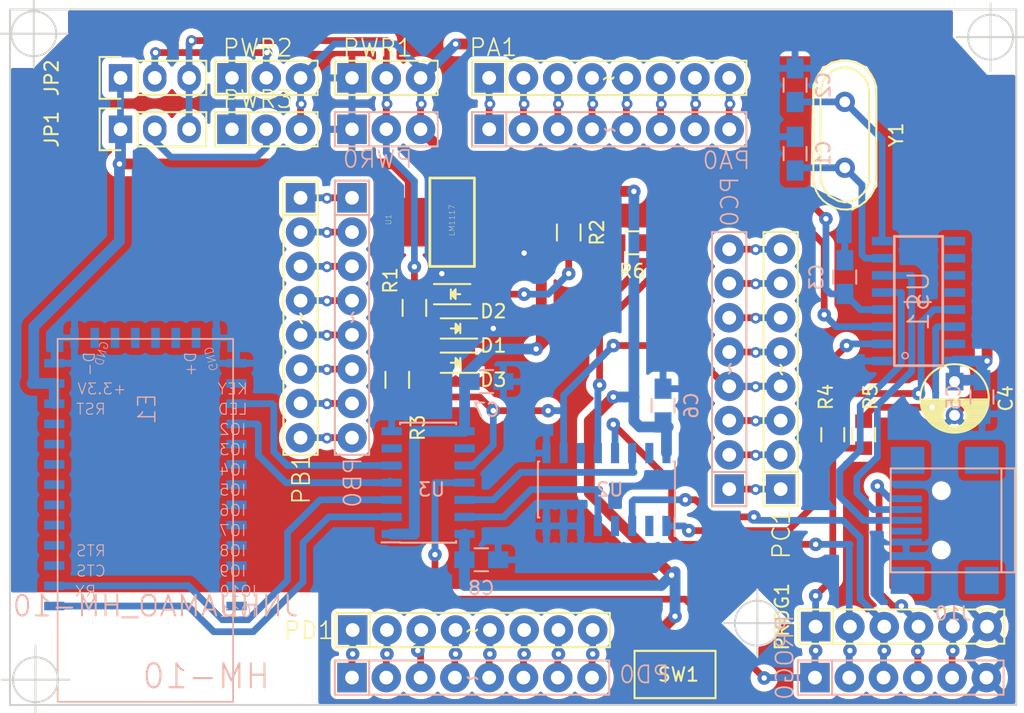
<source format=kicad_pcb>
(kicad_pcb (version 20221018) (generator pcbnew)
  (layers (0 "F.Cu" signal "Top") (31 "B.Cu" signal "Bottom") (34 "B.Paste" user) (35 "F.Paste" user) (36 "B.SilkS" user "B.Silkscreen") (37 "F.SilkS" user "F.Silkscreen") (38 "B.Mask" user) (39 "F.Mask" user) (44 "Edge.Cuts" user))
  (net 0 "")
  (net 1 "GND")
  (net 2 "/N$8")
  (net 3 "/3V3")
  (net 4 "/N$6")
  (net 5 "/N$2")
  (net 6 "/N$44")
  (net 7 "/N$45")
  (net 8 "/DTR")
  (net 9 "/N$40")
  (net 10 "/N$39")
  (net 11 "/N$38")
  (net 12 "/N$37")
  (net 13 "/N$36")
  (net 14 "/N$35")
  (net 15 "/N$34")
  (net 16 "/N$33")
  (net 17 "/N$25")
  (net 18 "/N$26")
  (net 19 "/N$27")
  (net 20 "/N$28")
  (net 21 "/N$29")
  (net 22 "/N$30")
  (net 23 "/N$31")
  (net 24 "/N$32")
  (net 25 "/N$17")
  (net 26 "/N$18")
  (net 27 "/N$19")
  (net 28 "/PB")
  (net 29 "/N$21")
  (net 30 "/N$22")
  (net 31 "/N$23")
  (net 32 "/N$24")
  (net 33 "/N$9")
  (net 34 "/N$10")
  (net 35 "/N$11")
  (net 36 "/N$12")
  (net 37 "/N$13")
  (net 38 "/N$14")
  (net 39 "/N$15")
  (net 40 "/N$16")
  (net 41 "/N$20")
  (net 42 "Vdd")
  (net 43 "Net-(E1-Pad2)")
  (net 44 "Net-(E1-Pad1)")
  (net 45 "/RX")
  (net 46 "/TX")
  (net 47 "Net-(U2-Pad14)")
  (net 48 "Net-(U2-Pad5)")
  (net 49 "/XI")
  (net 50 "/XO")
  (net 51 "/D-")
  (net 52 "D+")
  (net 53 "/RXD-CH340G")
  (net 54 "/TXD-CH340G")
  (net 55 "Net-(D1-Pad2)")
  (net 56 "Net-(D2-Pad2)")
  (net 57 "Net-(D3-Pad2)")
  (net 58 "/DTR-BT")
  (net 59 "/CONN-BT")
  (net 60 "Net-(R5-Pad1)")
  (net 61 "/DTR-USB")
  (footprint "shield:SPARKFUN-POWERIC_SOT223" (layer "F.Cu") (at 142.748 92.837 90)
    (fp_text reference "U1")
    (fp_text value "LM1117")
  )
  (footprint "shield:DP_DEVICES.V6_M1X8" (layer "F.Cu") (at 154.3811 82.1386)
    (fp_text reference "PA1")
    (fp_text value "~")
  )
  (footprint "shield:DP_DEVICES.V6_M1X8" (layer "F.Cu") (at 131.5211 99.9186 -90)
    (fp_text reference "PB1")
    (fp_text value "~")
  )
  (footprint "shield:DP_DEVICES.V6_M1X8" (layer "F.Cu") (at 167.0811 103.7286 90)
    (fp_text reference "PC1")
    (fp_text value "~")
  )
  (footprint "shield:DP_DEVICES.V6_M1X8" (layer "F.Cu") (at 144.272 123.063)
    (fp_text reference "PD1")
    (fp_text value "~")
  )
  (footprint "shield:DP_DEVICES.V6_M1X6" (layer "F.Cu") (at 169.672 122.809)
    (fp_text reference "PROG1")
    (fp_text value "~")
  )
  (footprint "LEDs:LED_0805" (layer "F.Cu") (at 143.002 100.711 180)
    (fp_text reference "D1")
    (fp_text value "ORANGE")
  )
  (footprint "LEDs:LED_0805" (layer "F.Cu") (at 143.002 98.171)
    (fp_text reference "D2")
    (fp_text value "RED")
  )
  (footprint "LEDs:LED_0805" (layer "F.Cu") (at 143.002 103.251 180)
    (fp_text reference "D3")
    (fp_text value "BLUE")
  )
  (footprint "Resistors_SMD:R_0805_HandSoldering" (layer "F.Cu") (at 139.954 99.187 -90)
    (fp_text reference "R1")
    (fp_text value "68")
  )
  (footprint "Resistors_SMD:R_0805_HandSoldering" (layer "F.Cu") (at 151.384 93.599 -90)
    (fp_text reference "R2")
    (fp_text value "150")
  )
  (footprint "Resistors_SMD:R_0805_HandSoldering" (layer "F.Cu") (at 138.684 104.521 -90)
    (fp_text reference "R3")
    (fp_text value "100")
  )
  (footprint "Capacitors_SMD:C_0805" (layer "F.Cu") (at 170.942 108.585 -90)
    (fp_text reference "R4")
    (fp_text value "DTR-RST")
  )
  (footprint "Capacitors_SMD:C_0805" (layer "F.Cu") (at 173.228 108.585 -90)
    (fp_text reference "R5")
    (fp_text value "RTS-RST")
  )
  (footprint "shield-pretty:NANO-SWITCH" (layer "F.Cu") (at 159.258 126.111)
    (fp_text reference "SW1")
    (fp_text value "RESET")
  )
  (footprint "Capacitors_THT:C_Radial_D5_L6_P2.5" (layer "F.Cu") (at 179.959 104.648 -90)
    (fp_text reference "C4")
    (fp_text value "22u")
  )
  (footprint "shield:DP_DEVICES.V6_M1X3" (layer "F.Cu") (at 135.3311 82.1386)
    (fp_text reference "PWR1")
    (fp_text value "~")
  )
  (footprint "shield:DP_DEVICES.V6_M1X3" (layer "F.Cu") (at 126.4411 82.1386)
    (fp_text reference "PWR2")
    (fp_text value "~")
  )
  (footprint "shield:DP_DEVICES.V6_M1X3" (layer "F.Cu") (at 126.4411 85.9486)
    (fp_text reference "PWR3")
    (fp_text value "~")
  )
  (footprint "Crystals:Crystal_HC49-U_Vertical" (layer "F.Cu") (at 171.831 86.36 -90)
    (fp_text reference "Y1")
    (fp_text value "12M")
  )
  (footprint "Pin_Headers:Pin_Header_Straight_1x03" (layer "F.Cu") (at 118.1861 85.9486 90)
    (fp_text reference "JP1")
    (fp_text value "~")
  )
  (footprint "Pin_Headers:Pin_Header_Straight_1x03" (layer "F.Cu") (at 118.1861 82.1386 90)
    (fp_text reference "JP2")
    (fp_text value "~")
  )
  (footprint "Capacitors_SMD:C_0805" (layer "F.Cu") (at 156.083 94.361 180)
    (fp_text reference "R6")
    (fp_text value "3V3USB")
  )
  (footprint "shield:DP_DEVICES.V6_M1X8" (layer "B.Cu") (at 154.3811 85.9486)
    (fp_text reference "PA0")
    (fp_text value "~")
  )
  (footprint "shield:DP_DEVICES.V6_M1X8" (layer "B.Cu") (at 135.3311 99.9186 -90)
    (fp_text reference "PB0")
    (fp_text value "~")
  )
  (footprint "shield:DP_DEVICES.V6_M1X8" (layer "B.Cu") (at 163.2711 103.7286 90)
    (fp_text reference "PC0")
    (fp_text value "~")
  )
  (footprint "shield:DP_DEVICES.V6_M1X8" (layer "B.Cu") (at 144.2211 126.5886)
    (fp_text reference "PD0")
    (fp_text value "~")
  )
  (footprint "shield:DP_DEVICES.V6_M1X6" (layer "B.Cu") (at 169.6211 126.5886)
    (fp_text reference "PROG0")
    (fp_text value "~")
  )
  (footprint "shield:DP_DEVICES.V6_M1X3" (layer "B.Cu") (at 135.3311 85.9486)
    (fp_text reference "PWR0")
    (fp_text value "~")
  )
  (footprint "Housings_SOIC:SOIC-16_3.9x9.9mm_Pitch1.27mm" (layer "B.Cu") (at 154.178 112.649 90)
    (fp_text reference "U2")
    (fp_text value "74LV4052")
  )
  (footprint "Housings_SOIC:SOIC-14_3.9x8.7mm_Pitch1.27mm" (layer "B.Cu") (at 140.97 112.141)
    (fp_text reference "U3")
    (fp_text value "TXB0104")
  )
  (footprint "Capacitors_SMD:C_0805_HandSoldering" (layer "B.Cu") (at 168.148 87.757 90)
    (fp_text reference "C1")
    (fp_text value "22p")
  )
  (footprint "Capacitors_SMD:C_0805_HandSoldering" (layer "B.Cu") (at 168.148 82.677 90)
    (fp_text reference "C2")
    (fp_text value "22p")
  )
  (footprint "Capacitors_SMD:C_0805_HandSoldering" (layer "B.Cu") (at 171.831 96.901 -90)
    (fp_text reference "C3")
    (fp_text value "0.01u")
  )
  (footprint "Capacitors_SMD:C_0805_HandSoldering" (layer "B.Cu") (at 181.991 105.791 -90)
    (fp_text reference "C5")
    (fp_text value "0.1u")
  )
  (footprint "Capacitors_SMD:C_0805_HandSoldering" (layer "B.Cu") (at 158.369 106.426 90)
    (fp_text reference "C6")
    (fp_text value "0.1u")
  )
  (footprint "Capacitors_SMD:C_0805_HandSoldering" (layer "B.Cu") (at 145.288 104.648)
    (fp_text reference "C7")
    (fp_text value "0.1u")
  )
  (footprint "Capacitors_SMD:C_0805_HandSoldering" (layer "B.Cu") (at 144.907 117.856)
    (fp_text reference "C8")
    (fp_text value "0.1u")
  )
  (footprint "shield:JNHUAMAO_26.9X13X2.2_BOARD" (layer "B.Cu") (at 120.777 121.285)
    (fp_text reference "E1")
    (fp_text value "JNHUAMAO_HM-10")
  )
  (footprint "shield:CH340G_SOIC16" (layer "B.Cu") (at 177.292 98.679 90)
    (fp_text reference "U$1")
    (fp_text value "~")
  )
  (footprint "shield-pretty:USB_Mini-B" (layer "B.Cu") (at 179.832 114.935 180)
    (fp_text reference "J10")
    (fp_text value "USB_OTG")
  )
  (gr_line (start 110 128.6206) (end 184.5311 128.6206) (stroke (width 0.15)) (layer "Edge.Cuts"))
  (gr_line (start 184.5311 128.64) (end 184.5311 77.0686) (stroke (width 0.15)) (layer "Edge.Cuts"))
  (gr_line (start 184.5311 77.0686) (end 110 77.0686) (stroke (width 0.15)) (layer "Edge.Cuts"))
  (gr_line (start 110 77.0686) (end 110 128.64) (stroke (width 0.15)) (layer "Edge.Cuts"))
  (target plus (at 165.354 122.555) (size 5) (width 0.15) (layer "Edge.Cuts"))
  (target plus (at 111.76 78.867) (size 5) (width 0.15) (layer "Edge.Cuts"))
  (target plus (at 182.626 79.121) (size 5) (width 0.15) (layer "Edge.Cuts"))
  (target plus (at 111.887 126.746) (size 5) (width 0.15) (layer "Edge.Cuts"))
  (segment (start 148.0566 95.1484) (end 148.082 95.123) (width 0.5) (layer "F.Cu") (net 1))
  (segment (start 141.95298 96.68002) (end 141.986 96.647) (width 0.8) (layer "F.Cu") (net 1))
  (segment (start 144.05102 100.711) (end 145.796 100.711) (width 0.8) (layer "F.Cu") (net 1))
  (segment (start 135.3311 82.1386) (end 135.3311 81.6101) (width 0.8) (layer "F.Cu") (net 1))
  (segment (start 144.05102 103.251) (end 144.05102 100.711) (width 0.8) (layer "F.Cu") (net 1))
  (segment (start 145.8468 95.1484) (end 148.0566 95.1484) (width 0.5) (layer "F.Cu") (net 1))
  (segment (start 141.95298 98.171) (end 141.95298 96.68002) (width 0.8) (layer "F.Cu") (net 1))
  (via (at 141.986 96.647) (size 1) (drill 0.4) (layers "F.Cu" "B.Cu") (net 1))
  (via (at 145.796 100.711) (size 1) (drill 0.4) (layers "F.Cu" "B.Cu") (net 1))
  (via (at 148.082 95.123) (size 0.8) (drill 0.4) (layers "F.Cu" "B.Cu") (net 1))
  (segment (start 146.578 104.775) (end 146.705 104.648) (width 0.8) (layer "B.Cu") (net 1))
  (segment (start 176.38268 117.45468) (end 176.403 117.475) (width 0.5) (layer "B.Cu") (net 1))
  (segment (start 182.372 122.809) (end 182.245 122.809) (width 0.8) (layer "B.Cu") (net 1))
  (segment (start 176.38268 116.5352) (end 176.38268 117.45468) (width 0.5) (layer "B.Cu") (net 1))
  (segment (start 170.434 92.583) (end 169.291 91.44) (width 0.5) (layer "F.Cu") (net 2))
  (segment (start 169.291 91.44) (end 160.004 91.44) (width 0.5) (layer "F.Cu") (net 2))
  (segment (start 160.004 91.44) (end 157.083 94.361) (width 0.5) (layer "F.Cu") (net 2))
  (via (at 170.434 92.583) (size 1) (drill 0.4) (layers "F.Cu" "B.Cu") (net 2))
  (segment (start 172.994 99.314) (end 171.831 98.151) (width 0.5) (layer "B.Cu") (net 2))
  (segment (start 170.795 98.151) (end 170.434 97.79) (width 0.5) (layer "B.Cu") (net 2))
  (segment (start 170.434 97.79) (end 170.434 92.583) (width 0.5) (layer "B.Cu") (net 2))
  (segment (start 171.831 98.151) (end 170.795 98.151) (width 0.5) (layer "B.Cu") (net 2))
  (segment (start 174.59706 99.314) (end 172.994 99.314) (width 0.5) (layer "B.Cu") (net 2))
  (segment (start 139.6492 89.7382) (end 138.43 88.519) (width 0.8) (layer "F.Cu") (net 3))
  (segment (start 138.43 88.519) (end 118.11 88.519) (width 0.8) (layer "F.Cu") (net 3))
  (segment (start 148.971 102.235) (end 149.352 101.854) (width 0.8) (layer "F.Cu") (net 3))
  (segment (start 149.352 101.854) (end 149.352 94.107) (width 0.8) (layer "F.Cu") (net 3))
  (segment (start 149.352 94.107) (end 148.082 92.837) (width 0.8) (layer "F.Cu") (net 3))
  (segment (start 148.082 92.837) (end 145.8468 92.837) (width 0.8) (layer "F.Cu") (net 3))
  (segment (start 155.083 96.123) (end 148.971 102.235) (width 0.8) (layer "F.Cu") (net 3))
  (segment (start 139.6492 92.837) (end 139.6492 89.7382) (width 0.8) (layer "F.Cu") (net 3))
  (segment (start 145.8468 92.837) (end 139.6492 92.837) (width 0.8) (layer "F.Cu") (net 3))
  (segment (start 155.083 94.361) (end 155.083 96.123) (width 0.8) (layer "F.Cu") (net 3))
  (via (at 118.11 88.519) (size 1) (drill 0.4) (layers "F.Cu" "B.Cu") (net 3))
  (via (at 148.971 102.235) (size 1) (drill 0.4) (layers "F.Cu" "B.Cu") (net 3))
  (segment (start 117.6324 85.9486) (end 118.1861 85.9486) (width 0.5) (layer "B.Cu") (net 3))
  (segment (start 118.1861 86.8171) (end 118.1861 85.9486) (width 0.8) (layer "B.Cu") (net 3))
  (segment (start 118.11 88.519) (end 118.1861 88.4429) (width 0.8) (layer "B.Cu") (net 3))
  (segment (start 118.1861 88.4429) (end 118.1861 85.9486) (width 0.8) (layer "B.Cu") (net 3))
  (segment (start 139.954 115.951) (end 139.954 108.331) (width 0.8) (layer "B.Cu") (net 3))
  (segment (start 139.954 108.331) (end 143.67 108.331) (width 0.8) (layer "B.Cu") (net 3))
  (segment (start 143.67 104.234) (end 145.669 102.235) (width 0.8) (layer "B.Cu") (net 3))
  (segment (start 145.669 102.235) (end 148.971 102.235) (width 0.8) (layer "B.Cu") (net 3))
  (segment (start 143.67 104.775) (end 143.67 104.234) (width 0.8) (layer "B.Cu") (net 3))
  (segment (start 111.64316 104.78516) (end 111.76 104.66832) (width 0.8) (layer "B.Cu") (net 3))
  (segment (start 111.76 104.66832) (end 111.76 100.584) (width 0.8) (layer "B.Cu") (net 3))
  (segment (start 111.76 100.584) (end 118.11 94.234) (width 0.8) (layer "B.Cu") (net 3))
  (segment (start 118.11 94.234) (end 118.11 88.519) (width 0.8) (layer "B.Cu") (net 3))
  (segment (start 118.1861 85.9486) (end 118.1861 82.1386) (width 0.5) (layer "B.Cu") (net 3))
  (segment (start 118.1861 85.9486) (end 118.1861 86.5631) (width 0.5) (layer "B.Cu") (net 3))
  (segment (start 113.27892 106.2863) (end 113.27892 104.78516) (width 0.8) (layer "B.Cu") (net 3))
  (segment (start 138.27 115.951) (end 139.954 115.951) (width 0.8) (layer "B.Cu") (net 3))
  (segment (start 143.67 108.331) (end 143.67 104.775) (width 0.8) (layer "B.Cu") (net 3))
  (segment (start 113.27892 104.78516) (end 111.64316 104.78516) (width 0.8) (layer "B.Cu") (net 3))
  (segment (start 177.2411 122.8599) (end 177.292 122.809) (width 0.5) (layer "F.Cu") (net 4))
  (segment (start 174.244 112.395) (end 174.371 112.522) (width 0.5) (layer "F.Cu") (net 4))
  (segment (start 174.371 112.522) (end 174.371 120.269) (width 0.5) (layer "F.Cu") (net 4))
  (segment (start 174.371 120.269) (end 175.387 121.285) (width 0.5) (layer "F.Cu") (net 4))
  (segment (start 175.387 121.285) (end 176.022 121.285) (width 0.5) (layer "F.Cu") (net 4))
  (segment (start 177.2411 126.5886) (end 177.2411 124.6379) (width 0.5) (layer "F.Cu") (net 4))
  (segment (start 177.2411 126.5886) (end 177.2411 122.8599) (width 0.5) (layer "F.Cu") (net 4))
  (via (at 177.2411 124.6379) (size 1) (drill 0.4) (layers "F.Cu" "B.Cu") (net 4))
  (via (at 176.022 121.285) (size 1) (drill 0.4) (layers "F.Cu" "B.Cu") (net 4))
  (via (at 174.244 112.395) (size 1) (drill 0.4) (layers "F.Cu" "B.Cu") (net 4))
  (segment (start 177.2411 124.6379) (end 177.292 124.587) (width 0.5) (layer "B.Cu") (net 4))
  (segment (start 177.292 124.587) (end 177.292 122.809) (width 0.5) (layer "B.Cu") (net 4))
  (segment (start 177.292 122.555) (end 177.292 122.809) (width 0.5) (layer "B.Cu") (net 4))
  (segment (start 177.292 122.428) (end 177.292 122.809) (width 0.8) (layer "B.Cu") (net 4))
  (segment (start 175.1838 113.3348) (end 174.244 112.395) (width 0.5) (layer "B.Cu") (net 4))
  (segment (start 176.022 121.285) (end 177.292 122.555) (width 0.5) (layer "B.Cu") (net 4))
  (segment (start 177.292 122.555) (end 177.292 122.809) (width 0.5) (layer "B.Cu") (net 4))
  (segment (start 176.38268 113.3348) (end 175.1838 113.3348) (width 0.5) (layer "B.Cu") (net 4))
  (segment (start 176.38268 113.3348) (end 175.4378 113.3348) (width 0.5) (layer "B.Cu") (net 4))
  (segment (start 177.292 122.809) (end 177.292 122.047) (width 0.5) (layer "B.Cu") (net 4))
  (segment (start 137.8711 84.1249) (end 137.922 84.074) (width 0.5) (layer "F.Cu") (net 5))
  (segment (start 123.444 79.375) (end 137.922 79.375) (width 0.5) (layer "F.Cu") (net 5))
  (segment (start 137.922 79.375) (end 137.8711 79.4259) (width 0.5) (layer "F.Cu") (net 5))
  (segment (start 137.8711 79.4259) (end 137.8711 85.9486) (width 0.5) (layer "F.Cu") (net 5))
  (segment (start 139.954 96.139) (end 139.954 97.837) (width 0.5) (layer "F.Cu") (net 5))
  (segment (start 137.8711 85.9486) (end 137.8711 84.1249) (width 0.5) (layer "F.Cu") (net 5))
  (via (at 139.954 96.139) (size 1) (drill 0.4) (layers "F.Cu" "B.Cu") (net 5))
  (via (at 123.444 79.375) (size 0.8) (drill 0.4) (layers "F.Cu" "B.Cu") (net 5))
  (via (at 137.922 84.074) (size 0.8) (drill 0.4) (layers "F.Cu" "B.Cu") (net 5))
  (segment (start 137.922 84.074) (end 137.8711 84.0231) (width 0.5) (layer "B.Cu") (net 5))
  (segment (start 137.8711 84.0231) (end 137.8711 82.1386) (width 0.5) (layer "B.Cu") (net 5))
  (segment (start 123.2661 79.5529) (end 123.444 79.375) (width 0.5) (layer "B.Cu") (net 5))
  (segment (start 137.8711 87.7061) (end 139.954 89.789) (width 0.5) (layer "B.Cu") (net 5))
  (segment (start 139.954 89.789) (end 139.954 96.139) (width 0.5) (layer "B.Cu") (net 5))
  (segment (start 123.2661 85.9486) (end 123.2661 82.1386) (width 0.5) (layer "B.Cu") (net 5))
  (segment (start 123.2661 82.1386) (end 123.2661 79.5529) (width 0.5) (layer "B.Cu") (net 5))
  (segment (start 137.8711 85.9486) (end 137.8711 87.7061) (width 0.5) (layer "B.Cu") (net 5))
  (segment (start 128.9811 86.5631) (end 128.9811 85.9486) (width 0.5) (layer "B.Cu") (net 6))
  (segment (start 120.7261 86.8171) (end 121.92 88.011) (width 0.5) (layer "B.Cu") (net 6))
  (segment (start 121.92 88.011) (end 128.27 88.011) (width 0.5) (layer "B.Cu") (net 6))
  (segment (start 128.27 88.011) (end 128.9811 87.2999) (width 0.5) (layer "B.Cu") (net 6))
  (segment (start 128.9811 87.2999) (end 128.9811 85.9486) (width 0.5) (layer "B.Cu") (net 6))
  (segment (start 120.7261 85.9486) (end 120.7261 86.5631) (width 0.5) (layer "B.Cu") (net 6))
  (segment (start 120.7261 85.9486) (end 120.7261 86.8171) (width 0.5) (layer "B.Cu") (net 6))
  (segment (start 120.777 80.264) (end 129.032 80.264) (width 0.5) (layer "F.Cu") (net 7))
  (via (at 120.777 80.264) (size 0.8) (drill 0.4) (layers "F.Cu" "B.Cu") (net 7))
  (via (at 129.032 80.264) (size 0.8) (drill 0.4) (layers "F.Cu" "B.Cu") (net 7))
  (segment (start 128.9811 81.4831) (end 128.9811 82.1386) (width 0.5) (layer "B.Cu") (net 7))
  (segment (start 120.7261 80.3149) (end 120.777 80.264) (width 0.5) (layer "B.Cu") (net 7))
  (segment (start 129.032 80.264) (end 128.9811 80.3149) (width 0.5) (layer "B.Cu") (net 7))
  (segment (start 128.9811 80.3149) (end 128.9811 82.1386) (width 0.5) (layer "B.Cu") (net 7))
  (segment (start 120.7261 82.1386) (end 120.7261 81.5849) (width 0.5) (layer "B.Cu") (net 7))
  (segment (start 120.7261 82.1386) (end 120.7261 80.3149) (width 0.5) (layer "B.Cu") (net 7))
  (segment (start 141.478 117.475) (end 141.478 120.777) (width 0.5) (layer "F.Cu") (net 8))
  (segment (start 160.02 120.777) (end 164.338 125.095) (width 0.5) (layer "F.Cu") (net 8))
  (segment (start 163.072 126.361) (end 164.338 125.095) (width 0.5) (layer "F.Cu") (net 8))
  (segment (start 164.338 125.095) (end 165.862 126.619) (width 0.5) (layer "F.Cu") (net 8))
  (segment (start 169.672 120.523) (end 170.942 119.253) (width 0.5) (layer "F.Cu") (net 8))
  (segment (start 170.942 119.253) (end 170.942 109.585) (width 0.5) (layer "F.Cu") (net 8))
  (segment (start 169.6211 124.6379) (end 169.672 124.587) (width 0.5) (layer "F.Cu") (net 8))
  (segment (start 173.228 109.585) (end 170.942 109.585) (width 0.5) (layer "F.Cu") (net 8))
  (segment (start 169.6211 126.5886) (end 169.6211 124.6379) (width 0.5) (layer "F.Cu") (net 8))
  (segment (start 162.758 126.361) (end 163.072 126.361) (width 0.5) (layer "F.Cu") (net 8))
  (segment (start 141.478 120.777) (end 160.02 120.777) (width 0.5) (layer "F.Cu") (net 8))
  (via (at 169.672 124.587) (size 1) (drill 0.4) (layers "F.Cu" "B.Cu") (net 8))
  (via (at 169.672 120.523) (size 1) (drill 0.4) (layers "F.Cu" "B.Cu") (net 8))
  (via (at 165.862 126.619) (size 1) (drill 0.4) (layers "F.Cu" "B.Cu") (net 8))
  (via (at 141.478 117.475) (size 1) (drill 0.4) (layers "F.Cu" "B.Cu") (net 8))
  (segment (start 141.478 112.141) (end 141.478 117.475) (width 0.5) (layer "B.Cu") (net 8))
  (segment (start 165.862 126.619) (end 165.8924 126.5886) (width 0.5) (layer "B.Cu") (net 8))
  (segment (start 165.8924 126.5886) (end 169.6211 126.5886) (width 0.5) (layer "B.Cu") (net 8))
  (segment (start 169.6211 122.8599) (end 169.672 122.809) (width 0.5) (layer "B.Cu") (net 8))
  (segment (start 169.672 124.587) (end 169.672 122.809) (width 0.5) (layer "B.Cu") (net 8))
  (segment (start 169.672 122.809) (end 169.672 120.523) (width 0.5) (layer "B.Cu") (net 8))
  (segment (start 143.67 112.141) (end 141.478 112.141) (width 0.5) (layer "B.Cu") (net 8))
  (segment (start 169.6211 126.5886) (end 169.6211 122.8599) (width 0.5) (layer "B.Cu") (net 8))
  (segment (start 145.542 84.074) (end 145.4911 84.1249) (width 0.5) (layer "F.Cu") (net 9))
  (segment (start 145.4911 84.1249) (end 145.4911 85.9486) (width 0.5) (layer "F.Cu") (net 9))
  (via (at 145.542 84.074) (size 0.8) (drill 0.4) (layers "F.Cu" "B.Cu") (net 9))
  (segment (start 145.4911 84.0231) (end 145.542 84.074) (width 0.5) (layer "B.Cu") (net 9))
  (segment (start 145.4911 82.1386) (end 145.4911 84.0231) (width 0.5) (layer "B.Cu") (net 9))
  (segment (start 148.0311 84.1249) (end 148.082 84.074) (width 0.5) (layer "F.Cu") (net 10))
  (segment (start 148.0311 85.9486) (end 148.0311 84.1249) (width 0.5) (layer "F.Cu") (net 10))
  (via (at 148.082 84.074) (size 0.8) (drill 0.4) (layers "F.Cu" "B.Cu") (net 10))
  (segment (start 148.082 84.074) (end 148.0311 84.0231) (width 0.5) (layer "B.Cu") (net 10))
  (segment (start 148.0311 84.0231) (end 148.0311 82.1386) (width 0.5) (layer "B.Cu") (net 10))
  (segment (start 150.622 84.074) (end 150.5711 84.1249) (width 0.5) (layer "F.Cu") (net 11))
  (segment (start 150.5711 84.1249) (end 150.5711 85.9486) (width 0.5) (layer "F.Cu") (net 11))
  (via (at 150.622 84.074) (size 0.8) (drill 0.4) (layers "F.Cu" "B.Cu") (net 11))
  (segment (start 150.5711 84.0231) (end 150.622 84.074) (width 0.5) (layer "B.Cu") (net 11))
  (segment (start 150.5711 82.1386) (end 150.5711 84.0231) (width 0.5) (layer "B.Cu") (net 11))
  (segment (start 153.1111 84.1249) (end 153.162 84.074) (width 0.5) (layer "F.Cu") (net 12))
  (segment (start 153.1111 85.9486) (end 153.1111 84.1249) (width 0.5) (layer "F.Cu") (net 12))
  (via (at 153.162 84.074) (size 0.8) (drill 0.4) (layers "F.Cu" "B.Cu") (net 12))
  (segment (start 153.162 84.074) (end 153.1111 84.0231) (width 0.5) (layer "B.Cu") (net 12))
  (segment (start 153.1111 84.0231) (end 153.1111 82.1386) (width 0.5) (layer "B.Cu") (net 12))
  (segment (start 155.702 84.074) (end 155.6511 84.1249) (width 0.5) (layer "F.Cu") (net 13))
  (segment (start 155.6511 84.1249) (end 155.6511 85.9486) (width 0.5) (layer "F.Cu") (net 13))
  (via (at 155.702 84.074) (size 0.8) (drill 0.4) (layers "F.Cu" "B.Cu") (net 13))
  (segment (start 155.6511 84.0231) (end 155.702 84.074) (width 0.5) (layer "B.Cu") (net 13))
  (segment (start 155.6511 82.1386) (end 155.6511 84.0231) (width 0.5) (layer "B.Cu") (net 13))
  (segment (start 158.1911 84.1249) (end 158.242 84.074) (width 0.5) (layer "F.Cu") (net 14))
  (segment (start 158.1911 85.9486) (end 158.1911 84.1249) (width 0.5) (layer "F.Cu") (net 14))
  (via (at 158.242 84.074) (size 0.8) (drill 0.4) (layers "F.Cu" "B.Cu") (net 14))
  (segment (start 158.242 84.074) (end 158.1911 84.0231) (width 0.5) (layer "B.Cu") (net 14))
  (segment (start 158.1911 84.0231) (end 158.1911 82.1386) (width 0.5) (layer "B.Cu") (net 14))
  (segment (start 160.782 84.074) (end 160.7311 84.1249) (width 0.5) (layer "F.Cu") (net 15))
  (segment (start 160.7311 84.1249) (end 160.7311 85.9486) (width 0.5) (layer "F.Cu") (net 15))
  (via (at 160.782 84.074) (size 0.8) (drill 0.4) (layers "F.Cu" "B.Cu") (net 15))
  (segment (start 160.7311 84.0231) (end 160.782 84.074) (width 0.5) (layer "B.Cu") (net 15))
  (segment (start 160.7311 82.1386) (end 160.7311 84.0231) (width 0.5) (layer "B.Cu") (net 15))
  (segment (start 163.2711 84.1249) (end 163.322 84.074) (width 0.5) (layer "F.Cu") (net 16))
  (segment (start 163.2711 85.9486) (end 163.2711 84.1249) (width 0.5) (layer "F.Cu") (net 16))
  (via (at 163.322 84.074) (size 0.8) (drill 0.4) (layers "F.Cu" "B.Cu") (net 16))
  (segment (start 163.322 84.074) (end 163.2711 84.0231) (width 0.5) (layer "B.Cu") (net 16))
  (segment (start 163.2711 84.0231) (end 163.2711 82.1386) (width 0.5) (layer "B.Cu") (net 16))
  (segment (start 133.477 108.839) (end 133.5074 108.8086) (width 0.5) (layer "F.Cu") (net 17))
  (segment (start 133.5074 108.8086) (end 135.3311 108.8086) (width 0.5) (layer "F.Cu") (net 17))
  (via (at 133.477 108.839) (size 0.8) (drill 0.4) (layers "F.Cu" "B.Cu") (net 17))
  (segment (start 133.4466 108.8086) (end 133.477 108.839) (width 0.5) (layer "B.Cu") (net 17))
  (segment (start 131.5211 108.8086) (end 133.4466 108.8086) (width 0.5) (layer "B.Cu") (net 17))
  (segment (start 133.5074 106.2686) (end 133.477 106.299) (width 0.5) (layer "F.Cu") (net 18))
  (segment (start 135.3311 106.2686) (end 133.5074 106.2686) (width 0.5) (layer "F.Cu") (net 18))
  (via (at 133.477 106.299) (size 0.8) (drill 0.4) (layers "F.Cu" "B.Cu") (net 18))
  (segment (start 133.477 106.299) (end 133.4466 106.2686) (width 0.5) (layer "B.Cu") (net 18))
  (segment (start 133.4466 106.2686) (end 131.5211 106.2686) (width 0.5) (layer "B.Cu") (net 18))
  (segment (start 133.477 103.759) (end 133.5074 103.7286) (width 0.5) (layer "F.Cu") (net 19))
  (segment (start 133.5074 103.7286) (end 135.3311 103.7286) (width 0.5) (layer "F.Cu") (net 19))
  (via (at 133.477 103.759) (size 0.8) (drill 0.4) (layers "F.Cu" "B.Cu") (net 19))
  (segment (start 133.4466 103.7286) (end 133.477 103.759) (width 0.5) (layer "B.Cu") (net 19))
  (segment (start 131.5211 103.7286) (end 133.4466 103.7286) (width 0.5) (layer "B.Cu") (net 19))
  (segment (start 133.5074 101.1886) (end 133.477 101.219) (width 0.5) (layer "F.Cu") (net 20))
  (segment (start 135.3311 101.1886) (end 133.5074 101.1886) (width 0.5) (layer "F.Cu") (net 20))
  (via (at 133.477 101.219) (size 0.8) (drill 0.4) (layers "F.Cu" "B.Cu") (net 20))
  (segment (start 133.477 101.219) (end 133.4466 101.1886) (width 0.5) (layer "B.Cu") (net 20))
  (segment (start 133.4466 101.1886) (end 131.5211 101.1886) (width 0.5) (layer "B.Cu") (net 20))
  (segment (start 133.477 98.679) (end 133.5074 98.6486) (width 0.5) (layer "F.Cu") (net 21))
  (segment (start 133.5074 98.6486) (end 135.3311 98.6486) (width 0.5) (layer "F.Cu") (net 21))
  (via (at 133.477 98.679) (size 0.8) (drill 0.4) (layers "F.Cu" "B.Cu") (net 21))
  (segment (start 133.4466 98.6486) (end 133.477 98.679) (width 0.5) (layer "B.Cu") (net 21))
  (segment (start 131.5211 98.6486) (end 133.4466 98.6486) (width 0.5) (layer "B.Cu") (net 21))
  (segment (start 133.5074 96.1086) (end 133.477 96.139) (width 0.5) (layer "F.Cu") (net 22))
  (segment (start 135.3311 96.1086) (end 133.5074 96.1086) (width 0.5) (layer "F.Cu") (net 22))
  (via (at 133.477 96.139) (size 0.8) (drill 0.4) (layers "F.Cu" "B.Cu") (net 22))
  (segment (start 133.477 96.139) (end 133.4466 96.1086) (width 0.5) (layer "B.Cu") (net 22))
  (segment (start 133.4466 96.1086) (end 131.5211 96.1086) (width 0.5) (layer "B.Cu") (net 22))
  (segment (start 133.477 93.599) (end 133.5074 93.5686) (width 0.5) (layer "F.Cu") (net 23))
  (segment (start 133.5074 93.5686) (end 135.3311 93.5686) (width 0.5) (layer "F.Cu") (net 23))
  (via (at 133.477 93.599) (size 0.8) (drill 0.4) (layers "F.Cu" "B.Cu") (net 23))
  (segment (start 133.4466 93.5686) (end 133.477 93.599) (width 0.5) (layer "B.Cu") (net 23))
  (segment (start 131.5211 93.5686) (end 133.4466 93.5686) (width 0.5) (layer "B.Cu") (net 23))
  (segment (start 133.477 91.059) (end 133.5074 91.0286) (width 0.5) (layer "F.Cu") (net 24))
  (segment (start 133.5074 91.0286) (end 135.3311 91.0286) (width 0.5) (layer "F.Cu") (net 24))
  (via (at 133.477 91.059) (size 0.8) (drill 0.4) (layers "F.Cu" "B.Cu") (net 24))
  (segment (start 133.4466 91.0286) (end 133.477 91.059) (width 0.5) (layer "B.Cu") (net 24))
  (segment (start 131.5211 91.0286) (end 133.4466 91.0286) (width 0.5) (layer "B.Cu") (net 24))
  (segment (start 165.227 94.869) (end 165.1966 94.8386) (width 0.5) (layer "F.Cu") (net 25))
  (segment (start 165.1966 94.8386) (end 163.2711 94.8386) (width 0.5) (layer "F.Cu") (net 25))
  (via (at 165.227 94.869) (size 0.8) (drill 0.4) (layers "F.Cu" "B.Cu") (net 25))
  (segment (start 165.2574 94.8386) (end 165.227 94.869) (width 0.5) (layer "B.Cu") (net 25))
  (segment (start 167.0811 94.8386) (end 165.2574 94.8386) (width 0.5) (layer "B.Cu") (net 25))
  (segment (start 165.1966 97.3786) (end 165.227 97.409) (width 0.5) (layer "F.Cu") (net 26))
  (segment (start 163.2711 97.3786) (end 165.1966 97.3786) (width 0.5) (layer "F.Cu") (net 26))
  (via (at 165.227 97.409) (size 0.8) (drill 0.4) (layers "F.Cu" "B.Cu") (net 26))
  (segment (start 165.227 97.409) (end 165.2574 97.3786) (width 0.5) (layer "B.Cu") (net 26))
  (segment (start 165.2574 97.3786) (end 167.0811 97.3786) (width 0.5) (layer "B.Cu") (net 26))
  (segment (start 165.227 99.949) (end 165.1966 99.9186) (width 0.5) (layer "F.Cu") (net 27))
  (segment (start 165.1966 99.9186) (end 163.2711 99.9186) (width 0.5) (layer "F.Cu") (net 27))
  (via (at 165.227 99.949) (size 0.8) (drill 0.4) (layers "F.Cu" "B.Cu") (net 27))
  (segment (start 165.2574 99.9186) (end 165.227 99.949) (width 0.5) (layer "B.Cu") (net 27))
  (segment (start 167.0811 99.9186) (end 165.2574 99.9186) (width 0.5) (layer "B.Cu") (net 27))
  (segment (start 165.1966 102.4586) (end 165.227 102.489) (width 0.5) (layer "F.Cu") (net 28))
  (segment (start 163.2711 102.4586) (end 165.1966 102.4586) (width 0.5) (layer "F.Cu") (net 28))
  (via (at 165.227 102.489) (size 0.8) (drill 0.4) (layers "F.Cu" "B.Cu") (net 28))
  (segment (start 165.227 102.489) (end 165.2574 102.4586) (width 0.5) (layer "B.Cu") (net 28))
  (segment (start 165.2574 102.4586) (end 167.0811 102.4586) (width 0.5) (layer "B.Cu") (net 28))
  (segment (start 165.227 105.029) (end 165.1966 104.9986) (width 0.5) (layer "F.Cu") (net 29))
  (segment (start 165.1966 104.9986) (end 163.2711 104.9986) (width 0.5) (layer "F.Cu") (net 29))
  (segment (start 163.2407 105.029) (end 165.227 105.029) (width 0.5) (layer "F.Cu") (net 29))
  (segment (start 145.796 106.807) (end 144.78 105.791) (width 0.5) (layer "F.Cu") (net 29))
  (segment (start 144.78 105.791) (end 138.764 105.791) (width 0.5) (layer "F.Cu") (net 29))
  (segment (start 138.764 105.791) (end 138.684 105.871) (width 0.5) (layer "F.Cu") (net 29))
  (segment (start 154.686 101.981) (end 160.02 101.981) (width 0.5) (layer "F.Cu") (net 29))
  (segment (start 160.02 101.981) (end 163.0376 104.9986) (width 0.5) (layer "F.Cu") (net 29))
  (segment (start 163.0376 104.9986) (end 167.0811 104.9986) (width 0.5) (layer "F.Cu") (net 29))
  (segment (start 145.796 106.807) (end 149.86 106.807) (width 0.5) (layer "F.Cu") (net 29))
  (via (at 165.227 105.029) (size 0.8) (drill 0.4) (layers "F.Cu" "B.Cu") (net 29))
  (via (at 154.686 101.981) (size 1) (drill 0.4) (layers "F.Cu" "B.Cu") (net 29))
  (via (at 149.86 106.807) (size 1) (drill 0.4) (layers "F.Cu" "B.Cu") (net 29))
  (via (at 145.796 106.807) (size 1) (drill 0.4) (layers "F.Cu" "B.Cu") (net 29))
  (segment (start 165.2574 104.9986) (end 165.227 105.029) (width 0.5) (layer "B.Cu") (net 29))
  (segment (start 144.272 110.871) (end 145.796 109.347) (width 0.5) (layer "B.Cu") (net 29))
  (segment (start 145.796 109.347) (end 145.796 106.807) (width 0.5) (layer "B.Cu") (net 29))
  (segment (start 151.003 108.077) (end 151.003 109.949) (width 0.5) (layer "B.Cu") (net 29))
  (segment (start 163.2711 104.9986) (end 167.0811 104.9986) (width 0.5) (layer "B.Cu") (net 29))
  (segment (start 163.2711 104.9986) (end 167.0811 104.9986) (width 0.5) (layer "B.Cu") (net 29))
  (segment (start 151.003 105.664) (end 154.686 101.981) (width 0.5) (layer "B.Cu") (net 29))
  (segment (start 149.86 106.807) (end 151.003 106.807) (width 0.5) (layer "B.Cu") (net 29))
  (segment (start 151.003 106.807) (end 150.876 106.807) (width 0.5) (layer "B.Cu") (net 29))
  (segment (start 150.876 106.807) (end 151.003 106.807) (width 0.5) (layer "B.Cu") (net 29))
  (segment (start 151.003 106.807) (end 151.003 105.664) (width 0.5) (layer "B.Cu") (net 29))
  (segment (start 167.0811 104.9986) (end 165.2574 104.9986) (width 0.5) (layer "B.Cu") (net 29))
  (segment (start 151.003 108.077) (end 151.003 106.807) (width 0.5) (layer "B.Cu") (net 29))
  (segment (start 143.67 110.871) (end 144.272 110.871) (width 0.5) (layer "B.Cu") (net 29))
  (segment (start 165.1966 107.5386) (end 165.227 107.569) (width 0.5) (layer "F.Cu") (net 30))
  (segment (start 163.2711 107.5386) (end 165.1966 107.5386) (width 0.5) (layer "F.Cu") (net 30))
  (via (at 165.227 107.569) (size 0.8) (drill 0.4) (layers "F.Cu" "B.Cu") (net 30))
  (segment (start 165.227 107.569) (end 165.2574 107.5386) (width 0.5) (layer "B.Cu") (net 30))
  (segment (start 165.2574 107.5386) (end 167.0811 107.5386) (width 0.5) (layer "B.Cu") (net 30))
  (segment (start 165.227 110.109) (end 165.1966 110.0786) (width 0.5) (layer "F.Cu") (net 31))
  (segment (start 165.1966 110.0786) (end 163.2711 110.0786) (width 0.5) (layer "F.Cu") (net 31))
  (via (at 165.227 110.109) (size 0.8) (drill 0.4) (layers "F.Cu" "B.Cu") (net 31))
  (segment (start 165.2574 110.0786) (end 165.227 110.109) (width 0.5) (layer "B.Cu") (net 31))
  (segment (start 167.0811 110.0786) (end 165.2574 110.0786) (width 0.5) (layer "B.Cu") (net 31))
  (segment (start 165.1966 112.6186) (end 165.227 112.649) (width 0.5) (layer "F.Cu") (net 32))
  (segment (start 163.2711 112.6186) (end 165.1966 112.6186) (width 0.5) (layer "F.Cu") (net 32))
  (via (at 165.227 112.649) (size 0.8) (drill 0.4) (layers "F.Cu" "B.Cu") (net 32))
  (segment (start 165.227 112.649) (end 165.2574 112.6186) (width 0.5) (layer "B.Cu") (net 32))
  (segment (start 165.2574 112.6186) (end 167.0811 112.6186) (width 0.5) (layer "B.Cu") (net 32))
  (segment (start 153.162 124.841) (end 153.1111 124.8919) (width 0.5) (layer "F.Cu") (net 33))
  (segment (start 153.1111 124.8919) (end 153.1111 126.5886) (width 0.5) (layer "F.Cu") (net 33))
  (via (at 153.162 124.841) (size 1) (drill 0.4) (layers "F.Cu" "B.Cu") (net 33))
  (segment (start 153.162 123.063) (end 153.162 124.841) (width 0.5) (layer "B.Cu") (net 33))
  (segment (start 150.5711 124.8919) (end 150.622 124.841) (width 0.5) (layer "F.Cu") (net 34))
  (segment (start 150.5711 126.5886) (end 150.5711 124.8919) (width 0.5) (layer "F.Cu") (net 34))
  (via (at 150.622 124.841) (size 1) (drill 0.4) (layers "F.Cu" "B.Cu") (net 34))
  (segment (start 150.622 124.841) (end 150.622 123.063) (width 0.5) (layer "B.Cu") (net 34))
  (segment (start 148.082 124.841) (end 148.0311 124.8919) (width 0.5) (layer "F.Cu") (net 35))
  (segment (start 148.0311 124.8919) (end 148.0311 126.5886) (width 0.5) (layer "F.Cu") (net 35))
  (via (at 148.082 124.841) (size 1) (drill 0.4) (layers "F.Cu" "B.Cu") (net 35))
  (segment (start 148.082 123.063) (end 148.082 124.841) (width 0.5) (layer "B.Cu") (net 35))
  (segment (start 145.4911 124.8919) (end 145.542 124.841) (width 0.5) (layer "F.Cu") (net 36))
  (segment (start 145.4911 126.5886) (end 145.4911 124.8919) (width 0.5) (layer "F.Cu") (net 36))
  (via (at 145.542 124.841) (size 1) (drill 0.4) (layers "F.Cu" "B.Cu") (net 36))
  (segment (start 145.542 124.841) (end 145.542 123.063) (width 0.5) (layer "B.Cu") (net 36))
  (segment (start 143.002 124.841) (end 142.9511 124.8919) (width 0.5) (layer "F.Cu") (net 37))
  (segment (start 142.9511 124.8919) (end 142.9511 126.5886) (width 0.5) (layer "F.Cu") (net 37))
  (via (at 143.002 124.841) (size 1) (drill 0.4) (layers "F.Cu" "B.Cu") (net 37))
  (segment (start 143.002 123.063) (end 143.002 124.841) (width 0.5) (layer "B.Cu") (net 37))
  (segment (start 140.4111 124.7901) (end 140.208 124.587) (width 0.5) (layer "F.Cu") (net 38))
  (segment (start 140.4111 126.5886) (end 140.4111 124.7901) (width 0.5) (layer "F.Cu") (net 38))
  (via (at 140.208 124.587) (size 1) (drill 0.4) (layers "F.Cu" "B.Cu") (net 38))
  (segment (start 140.208 124.587) (end 140.462 124.333) (width 0.5) (layer "B.Cu") (net 38))
  (segment (start 140.462 124.333) (end 140.462 123.063) (width 0.5) (layer "B.Cu") (net 38))
  (segment (start 137.922 124.841) (end 137.8711 124.8919) (width 0.5) (layer "F.Cu") (net 39))
  (segment (start 137.8711 124.8919) (end 137.8711 126.5886) (width 0.5) (layer "F.Cu") (net 39))
  (via (at 137.922 124.841) (size 1) (drill 0.4) (layers "F.Cu" "B.Cu") (net 39))
  (segment (start 137.922 123.063) (end 137.922 124.841) (width 0.5) (layer "B.Cu") (net 39))
  (segment (start 135.3311 124.8919) (end 135.382 124.841) (width 0.5) (layer "F.Cu") (net 40))
  (segment (start 135.3311 126.5886) (end 135.3311 124.8919) (width 0.5) (layer "F.Cu") (net 40))
  (via (at 135.382 124.841) (size 1) (drill 0.4) (layers "F.Cu" "B.Cu") (net 40))
  (segment (start 135.382 124.841) (end 135.382 123.063) (width 0.5) (layer "B.Cu") (net 40))
  (segment (start 179.832 124.587) (end 179.7811 124.6379) (width 0.5) (layer "F.Cu") (net 41))
  (segment (start 179.7811 124.6379) (end 179.7811 126.5886) (width 0.5) (layer "F.Cu") (net 41))
  (via (at 179.832 124.587) (size 1) (drill 0.4) (layers "F.Cu" "B.Cu") (net 41))
  (segment (start 179.832 122.809) (end 179.832 124.587) (width 0.5) (layer "B.Cu") (net 41))
  (segment (start 140.462 84.074) (end 140.4111 84.1249) (width 0.5) (layer "F.Cu") (net 42))
  (segment (start 140.4111 84.1249) (end 140.4111 85.9486) (width 0.5) (layer "F.Cu") (net 42))
  (segment (start 131.5211 84.1249) (end 131.572 84.074) (width 0.5) (layer "F.Cu") (net 42))
  (segment (start 182.372 103.124) (end 182.372 82.804) (width 0.8) (layer "F.Cu") (net 42))
  (segment (start 182.372 82.804) (end 179.197 79.629) (width 0.8) (layer "F.Cu") (net 42))
  (segment (start 179.197 79.629) (end 143.002 79.629) (width 0.8) (layer "F.Cu") (net 42))
  (segment (start 140.69314 86.23064) (end 140.4111 85.9486) (width 0.5) (layer "F.Cu") (net 42))
  (segment (start 144.99064 90.52814) (end 140.4111 85.9486) (width 0.8) (layer "F.Cu") (net 42))
  (segment (start 149.86 90.551) (end 149.83714 90.52814) (width 0.8) (layer "F.Cu") (net 42))
  (segment (start 149.83714 90.52814) (end 145.8468 90.52814) (width 0.8) (layer "F.Cu") (net 42))
  (segment (start 151.384 90.551) (end 149.86 90.551) (width 0.8) (layer "F.Cu") (net 42))
  (segment (start 155.758 125.547) (end 159.258 122.047) (width 0.8) (layer "F.Cu") (net 42))
  (segment (start 156.21 90.551) (end 151.384 90.551) (width 0.8) (layer "F.Cu") (net 42))
  (segment (start 152.908 112.903) (end 159.004 118.999) (width 0.8) (layer "F.Cu") (net 42))
  (segment (start 152.908 112.903) (end 152.908 107.569) (width 0.8) (layer "F.Cu") (net 42))
  (segment (start 152.908 107.569) (end 154.686 105.791) (width 0.8) (layer "F.Cu") (net 42))
  (segment (start 155.758 126.361) (end 155.758 125.547) (width 0.8) (layer "F.Cu") (net 42))
  (segment (start 151.384 92.249) (end 151.384 90.551) (width 0.8) (layer "F.Cu") (net 42))
  (segment (start 145.8468 90.52814) (end 146.50086 90.52814) (width 0.8) (layer "F.Cu") (net 42))
  (segment (start 145.8468 90.52814) (end 144.99064 90.52814) (width 0.8) (layer "F.Cu") (net 42))
  (segment (start 131.5211 85.9486) (end 131.5211 84.1249) (width 0.5) (layer "F.Cu") (net 42))
  (via (at 140.462 84.074) (size 0.8) (drill 0.4) (layers "F.Cu" "B.Cu") (net 42))
  (via (at 143.002 79.629) (size 0.8) (drill 0.4) (layers "F.Cu" "B.Cu") (net 42))
  (via (at 156.21 90.551) (size 1) (drill 0.4) (layers "F.Cu" "B.Cu") (net 42))
  (via (at 131.572 84.074) (size 0.8) (drill 0.4) (layers "F.Cu" "B.Cu") (net 42))
  (via (at 154.686 105.791) (size 1) (drill 0.4) (layers "F.Cu" "B.Cu") (net 42))
  (via (at 182.372 103.124) (size 0.8) (drill 0.4) (layers "F.Cu" "B.Cu") (net 42))
  (via (at 159.258 122.047) (size 1) (drill 0.4) (layers "F.Cu" "B.Cu") (net 42))
  (via (at 159.004 118.999) (size 1) (drill 0.4) (layers "F.Cu" "B.Cu") (net 42))
  (segment (start 140.4111 84.0231) (end 140.462 84.074) (width 0.5) (layer "B.Cu") (net 42))
  (segment (start 131.572 84.074) (end 131.5211 84.0231) (width 0.5) (layer "B.Cu") (net 42))
  (segment (start 131.5211 84.0231) (end 131.5211 82.1386) (width 0.5) (layer "B.Cu") (net 42))
  (segment (start 140.4111 81.4831) (end 138.557 79.629) (width 0.5) (layer "B.Cu") (net 42))
  (segment (start 138.557 79.629) (end 134.0307 79.629) (width 0.5) (layer "B.Cu") (net 42))
  (segment (start 134.0307 79.629) (end 131.5211 82.1386) (width 0.5) (layer "B.Cu") (net 42))
  (segment (start 181.737 103.124) (end 182.372 103.124) (width 0.8) (layer "B.Cu") (net 42))
  (segment (start 143.002 79.629) (end 140.4924 82.1386) (width 0.8) (layer "B.Cu") (net 42))
  (segment (start 140.4924 82.1386) (end 140.4111 82.1386) (width 0.8) (layer "B.Cu") (net 42))
  (segment (start 179.744 103.367) (end 179.987 103.124) (width 0.8) (layer "B.Cu") (net 42))
  (segment (start 158.623 108.138) (end 158.75 108.011) (width 0.8) (layer "B.Cu") (net 42))
  (segment (start 159.258 122.047) (end 159.258 118.745) (width 0.8) (layer "B.Cu") (net 42))
  (segment (start 159.258 118.745) (end 159.004 118.999) (width 0.8) (layer "B.Cu") (net 42))
  (segment (start 156.652 108.011) (end 156.21 107.569) (width 0.8) (layer "B.Cu") (net 42))
  (segment (start 156.21 107.569) (end 156.21 105.791) (width 0.8) (layer "B.Cu") (net 42))
  (segment (start 156.21 105.791) (end 154.686 105.791) (width 0.8) (layer "B.Cu") (net 42))
  (segment (start 156.21 105.791) (end 156.21 90.551) (width 0.8) (layer "B.Cu") (net 42))
  (segment (start 143.657 115.964) (end 143.67 115.951) (width 0.8) (layer "B.Cu") (net 42))
  (segment (start 143.657 119.741) (end 143.677 119.761) (width 0.8) (layer "B.Cu") (net 42))
  (segment (start 143.677 119.761) (end 158.242 119.761) (width 0.8) (layer "B.Cu") (net 42))
  (segment (start 158.242 119.761) (end 159.004 118.999) (width 0.8) (layer "B.Cu") (net 42))
  (segment (start 181.991 103.505) (end 182.372 103.124) (width 0.8) (layer "B.Cu") (net 42))
  (segment (start 180.066 104.541) (end 179.959 104.648) (width 0.8) (layer "B.Cu") (net 42))
  (segment (start 179.959 103.1494) (end 179.9844 103.124) (width 0.8) (layer "B.Cu") (net 42))
  (segment (start 143.657 117.856) (end 143.657 119.741) (width 0.8) (layer "B.Cu") (net 42))
  (segment (start 158.623 109.949) (end 158.623 108.138) (width 0.8) (layer "B.Cu") (net 42))
  (segment (start 143.657 117.856) (end 143.657 115.964) (width 0.8) (layer "B.Cu") (net 42))
  (segment (start 158.75 108.011) (end 156.652 108.011) (width 0.8) (layer "B.Cu") (net 42))
  (segment (start 181.991 104.541) (end 180.066 104.541) (width 0.8) (layer "B.Cu") (net 42))
  (segment (start 140.4111 82.1386) (end 140.4111 81.4831) (width 0.5) (layer "B.Cu") (net 42))
  (segment (start 140.4111 82.1386) (end 140.4111 84.0231) (width 0.5) (layer "B.Cu") (net 42))
  (segment (start 179.959 104.648) (end 179.959 103.1494) (width 0.8) (layer "B.Cu") (net 42))
  (segment (start 179.987 103.124) (end 181.737 103.124) (width 0.8) (layer "B.Cu") (net 42))
  (segment (start 181.991 104.541) (end 181.991 103.505) (width 0.8) (layer "B.Cu") (net 42))
  (segment (start 123.2154 119.7864) (end 125.73 122.301) (width 0.5) (layer "B.Cu") (net 43))
  (segment (start 125.73 122.301) (end 127.635 122.301) (width 0.5) (layer "B.Cu") (net 43))
  (segment (start 127.635 122.301) (end 130.556 119.38) (width 0.5) (layer "B.Cu") (net 43))
  (segment (start 130.556 119.38) (end 130.556 115.824) (width 0.5) (layer "B.Cu") (net 43))
  (segment (start 130.556 115.824) (end 132.969 113.411) (width 0.5) (layer "B.Cu") (net 43))
  (segment (start 132.969 113.411) (end 138.27 113.411) (width 0.5) (layer "B.Cu") (net 43))
  (segment (start 113.27892 119.7864) (end 123.2154 119.7864) (width 0.5) (layer "B.Cu") (net 43))
  (segment (start 123.19 121.285) (end 125.095 123.19) (width 0.5) (layer "B.Cu") (net 44))
  (segment (start 125.095 123.19) (end 128.016 123.19) (width 0.5) (layer "B.Cu") (net 44))
  (segment (start 128.016 123.19) (end 131.699 119.507) (width 0.5) (layer "B.Cu") (net 44))
  (segment (start 131.699 119.507) (end 131.699 116.586) (width 0.5) (layer "B.Cu") (net 44))
  (segment (start 131.699 116.586) (end 133.604 114.681) (width 0.5) (layer "B.Cu") (net 44))
  (segment (start 133.604 114.681) (end 138.27 114.681) (width 0.5) (layer "B.Cu") (net 44))
  (segment (start 113.27892 121.285) (end 123.19 121.285) (width 0.5) (layer "B.Cu") (net 44))
  (segment (start 172.212 124.587) (end 172.1611 124.6379) (width 0.5) (layer "F.Cu") (net 45))
  (segment (start 172.1611 124.6379) (end 172.1611 126.5886) (width 0.5) (layer "F.Cu") (net 45))
  (segment (start 154.686 107.823) (end 159.004 112.141) (width 0.5) (layer "F.Cu") (net 45))
  (segment (start 159.004 112.141) (end 159.004 116.205) (width 0.5) (layer "F.Cu") (net 45))
  (segment (start 159.004 116.205) (end 159.512 116.713) (width 0.5) (layer "F.Cu") (net 45))
  (segment (start 159.512 116.713) (end 169.672 116.713) (width 0.5) (layer "F.Cu") (net 45))
  (via (at 154.686 107.823) (size 1) (drill 0.4) (layers "F.Cu" "B.Cu") (net 45))
  (via (at 172.212 124.587) (size 1) (drill 0.4) (layers "F.Cu" "B.Cu") (net 45))
  (via (at 169.672 116.713) (size 1) (drill 0.4) (layers "F.Cu" "B.Cu") (net 45))
  (segment (start 154.813 107.95) (end 154.686 107.823) (width 0.5) (layer "B.Cu") (net 45))
  (segment (start 169.672 116.713) (end 172.212 116.713) (width 0.5) (layer "B.Cu") (net 45))
  (segment (start 172.212 116.713) (end 172.1611 116.7639) (width 0.5) (layer "B.Cu") (net 45))
  (segment (start 172.1611 116.7639) (end 172.1611 126.5886) (width 0.5) (layer "B.Cu") (net 45))
  (segment (start 154.813 109.949) (end 154.813 107.95) (width 0.5) (layer "B.Cu") (net 45))
  (segment (start 172.212 122.809) (end 172.212 124.587) (width 0.5) (layer "B.Cu") (net 45))
  (segment (start 174.7011 124.6379) (end 174.752 124.587) (width 0.5) (layer "F.Cu") (net 46))
  (segment (start 165.1 114.681) (end 162.052 114.681) (width 0.5) (layer "F.Cu") (net 46))
  (segment (start 162.052 114.681) (end 160.782 113.411) (width 0.5) (layer "F.Cu") (net 46))
  (segment (start 160.782 113.411) (end 160.02 113.411) (width 0.5) (layer "F.Cu") (net 46))
  (segment (start 174.7011 126.5886) (end 174.7011 124.6379) (width 0.5) (layer "F.Cu") (net 46))
  (segment (start 174.7011 126.5886) (end 174.7011 125.8061) (width 0.5) (layer "F.Cu") (net 46))
  (via (at 165.1 114.681) (size 1) (drill 0.4) (layers "F.Cu" "B.Cu") (net 46))
  (via (at 174.752 124.587) (size 1) (drill 0.4) (layers "F.Cu" "B.Cu") (net 46))
  (via (at 160.02 113.411) (size 1) (drill 0.4) (layers "F.Cu" "B.Cu") (net 46))
  (segment (start 174.752 124.587) (end 174.752 122.809) (width 0.5) (layer "B.Cu") (net 46))
  (segment (start 174.7011 122.7581) (end 174.7011 126.5886) (width 0.5) (layer "B.Cu") (net 46))
  (segment (start 174.7011 122.7581) (end 174.7011 126.5886) (width 0.5) (layer "B.Cu") (net 46))
  (segment (start 174.752 122.555) (end 172.974 120.777) (width 0.5) (layer "B.Cu") (net 46))
  (segment (start 172.974 120.777) (end 172.974 116.205) (width 0.5) (layer "B.Cu") (net 46))
  (segment (start 172.974 116.205) (end 171.704 114.935) (width 0.5) (layer "B.Cu") (net 46))
  (segment (start 171.704 114.935) (end 165.354 114.935) (width 0.5) (layer "B.Cu") (net 46))
  (segment (start 165.354 114.935) (end 165.1 114.681) (width 0.5) (layer "B.Cu") (net 46))
  (segment (start 160.02 113.411) (end 156.21 113.411) (width 0.5) (layer "B.Cu") (net 46))
  (segment (start 156.21 113.411) (end 156.083 113.538) (width 0.5) (layer "B.Cu") (net 46))
  (segment (start 156.083 113.538) (end 156.083 115.349) (width 0.5) (layer "B.Cu") (net 46))
  (segment (start 174.752 122.809) (end 174.752 122.555) (width 0.5) (layer "B.Cu") (net 46))
  (segment (start 145.796 113.411) (end 147.828 111.379) (width 0.5) (layer "B.Cu") (net 47))
  (segment (start 147.828 111.379) (end 156.21 111.379) (width 0.5) (layer "B.Cu") (net 47))
  (segment (start 156.21 111.379) (end 156.083 111.252) (width 0.5) (layer "B.Cu") (net 47))
  (segment (start 156.083 111.252) (end 156.083 109.949) (width 0.5) (layer "B.Cu") (net 47))
  (segment (start 143.67 113.411) (end 145.796 113.411) (width 0.5) (layer "B.Cu") (net 47))
  (segment (start 146.558 114.681) (end 148.59 112.649) (width 0.5) (layer "B.Cu") (net 48))
  (segment (start 148.59 112.649) (end 153.67 112.649) (width 0.5) (layer "B.Cu") (net 48))
  (segment (start 153.67 112.649) (end 153.543 112.776) (width 0.5) (layer "B.Cu") (net 48))
  (segment (start 153.543 112.776) (end 153.543 115.349) (width 0.5) (layer "B.Cu") (net 48))
  (segment (start 143.67 114.681) (end 146.558 114.681) (width 0.5) (layer "B.Cu") (net 48))
  (segment (start 173.35754 95.50654) (end 173.101 95.25) (width 0.5) (layer "B.Cu") (net 49))
  (segment (start 173.101 95.25) (end 173.101 90.07094) (width 0.5) (layer "B.Cu") (net 49))
  (segment (start 173.101 90.07094) (end 171.831 88.80094) (width 0.5) (layer "B.Cu") (net 49))
  (segment (start 168.35406 88.80094) (end 168.148 89.007) (width 0.5) (layer "B.Cu") (net 49))
  (segment (start 174.59706 95.50654) (end 173.35754 95.50654) (width 0.5) (layer "B.Cu") (net 49))
  (segment (start 171.831 88.80094) (end 168.35406 88.80094) (width 0.5) (layer "B.Cu") (net 49))
  (segment (start 174.59706 86.68512) (end 171.831 83.91906) (width 0.5) (layer "B.Cu") (net 50))
  (segment (start 168.15594 83.91906) (end 168.148 83.927) (width 0.5) (layer "B.Cu") (net 50))
  (segment (start 174.597 94.234) (end 174.752 94.234) (width 0.5) (layer "B.Cu") (net 50))
  (segment (start 171.831 83.91906) (end 168.15594 83.91906) (width 0.5) (layer "B.Cu") (net 50))
  (segment (start 174.59706 94.23654) (end 174.59706 86.68512) (width 0.5) (layer "B.Cu") (net 50))
  (segment (start 173.9519 114.1349) (end 172.72 112.903) (width 0.5) (layer "B.Cu") (net 51))
  (segment (start 172.72 112.903) (end 172.72 111.76) (width 0.5) (layer "B.Cu") (net 51))
  (segment (start 172.72 111.76) (end 174.244 110.236) (width 0.5) (layer "B.Cu") (net 51))
  (segment (start 174.244 110.236) (end 174.244 106.426) (width 0.5) (layer "B.Cu") (net 51))
  (segment (start 174.244 106.426) (end 176.784 103.886) (width 0.5) (layer "B.Cu") (net 51))
  (segment (start 176.784 103.886) (end 176.784 96.774) (width 0.5) (layer "B.Cu") (net 51))
  (segment (start 176.784 96.774) (end 176.78146 96.77654) (width 0.5) (layer "B.Cu") (net 51))
  (segment (start 176.78146 96.77654) (end 174.59706 96.77654) (width 0.5) (layer "B.Cu") (net 51))
  (segment (start 176.38268 114.1349) (end 173.9519 114.1349) (width 0.5) (layer "B.Cu") (net 51))
  (segment (start 173.228 114.935) (end 171.45 113.157) (width 0.5) (layer "B.Cu") (net 52))
  (segment (start 171.45 113.157) (end 171.45 111.252) (width 0.5) (layer "B.Cu") (net 52))
  (segment (start 171.45 111.252) (end 172.974 109.728) (width 0.5) (layer "B.Cu") (net 52))
  (segment (start 172.974 109.728) (end 172.974 106.426) (width 0.5) (layer "B.Cu") (net 52))
  (segment (start 172.974 106.426) (end 176.022 103.378) (width 0.5) (layer "B.Cu") (net 52))
  (segment (start 176.022 103.378) (end 176.022 98.044) (width 0.5) (layer "B.Cu") (net 52))
  (segment (start 176.022 98.044) (end 176.01946 98.04654) (width 0.5) (layer "B.Cu") (net 52))
  (segment (start 176.01946 98.04654) (end 174.59706 98.04654) (width 0.5) (layer "B.Cu") (net 52))
  (segment (start 176.38268 114.935) (end 173.228 114.935) (width 0.5) (layer "B.Cu") (net 52))
  (segment (start 170.307 99.695) (end 170.307 94.488) (width 0.5) (layer "F.Cu") (net 53))
  (segment (start 170.307 94.488) (end 168.529 92.71) (width 0.5) (layer "F.Cu") (net 53))
  (segment (start 168.529 92.71) (end 161.671 92.71) (width 0.5) (layer "F.Cu") (net 53))
  (segment (start 161.671 92.71) (end 153.67 100.711) (width 0.5) (layer "F.Cu") (net 53))
  (segment (start 153.67 100.711) (end 153.67 104.902) (width 0.5) (layer "F.Cu") (net 53))
  (via (at 153.67 104.902) (size 1) (drill 0.4) (layers "F.Cu" "B.Cu") (net 53))
  (via (at 170.307 99.695) (size 1) (drill 0.4) (layers "F.Cu" "B.Cu") (net 53))
  (segment (start 171.196 100.584) (end 170.307 99.695) (width 0.5) (layer "B.Cu") (net 53))
  (segment (start 153.67 104.902) (end 153.543 105.029) (width 0.5) (layer "B.Cu") (net 53))
  (segment (start 153.543 105.029) (end 153.543 109.949) (width 0.5) (layer "B.Cu") (net 53))
  (segment (start 174.59706 100.584) (end 171.196 100.584) (width 0.5) (layer "B.Cu") (net 53))
  (segment (start 171.958 101.981) (end 169.418 104.521) (width 0.5) (layer "F.Cu") (net 54))
  (segment (start 169.418 104.521) (end 169.418 113.919) (width 0.5) (layer "F.Cu") (net 54))
  (segment (start 169.418 113.919) (end 167.64 115.697) (width 0.5) (layer "F.Cu") (net 54))
  (segment (start 167.64 115.697) (end 160.274 115.697) (width 0.5) (layer "F.Cu") (net 54))
  (via (at 160.274 115.697) (size 1) (drill 0.4) (layers "F.Cu" "B.Cu") (net 54))
  (via (at 171.958 101.981) (size 1) (drill 0.4) (layers "F.Cu" "B.Cu") (net 54))
  (segment (start 172.085 101.854) (end 171.958 101.981) (width 0.5) (layer "B.Cu") (net 54))
  (segment (start 160.274 115.697) (end 159.926 115.349) (width 0.5) (layer "B.Cu") (net 54))
  (segment (start 159.926 115.349) (end 158.623 115.349) (width 0.5) (layer "B.Cu") (net 54))
  (segment (start 174.597 101.854) (end 172.085 101.854) (width 0.5) (layer "B.Cu") (net 54))
  (segment (start 141.77898 100.537) (end 141.95298 100.711) (width 0.5) (layer "F.Cu") (net 55))
  (segment (start 139.954 100.537) (end 141.77898 100.537) (width 0.5) (layer "F.Cu") (net 55))
  (segment (start 148.082 98.171) (end 144.05102 98.171) (width 0.5) (layer "F.Cu") (net 56))
  (segment (start 151.384 94.949) (end 151.384 96.647) (width 0.5) (layer "F.Cu") (net 56))
  (via (at 151.384 96.647) (size 1) (drill 0.4) (layers "F.Cu" "B.Cu") (net 56))
  (via (at 148.082 98.171) (size 1) (drill 0.4) (layers "F.Cu" "B.Cu") (net 56))
  (segment (start 151.384 96.647) (end 149.86 98.171) (width 0.5) (layer "B.Cu") (net 56))
  (segment (start 149.86 98.171) (end 148.082 98.171) (width 0.5) (layer "B.Cu") (net 56))
  (segment (start 138.764 103.251) (end 138.684 103.171) (width 0.5) (layer "F.Cu") (net 57))
  (segment (start 141.95298 103.251) (end 138.764 103.251) (width 0.5) (layer "F.Cu") (net 57))
  (segment (start 138.143 112.014) (end 138.27 112.141) (width 0.5) (layer "B.Cu") (net 58))
  (segment (start 128.30556 107.78744) (end 128.397 107.87888) (width 0.5) (layer "B.Cu") (net 58))
  (segment (start 128.397 107.87888) (end 128.397 110.109) (width 0.5) (layer "B.Cu") (net 58))
  (segment (start 128.397 110.109) (end 130.429 112.141) (width 0.5) (layer "B.Cu") (net 58))
  (segment (start 130.429 112.141) (end 138.27 112.141) (width 0.5) (layer "B.Cu") (net 58))
  (segment (start 126.77648 107.78744) (end 128.30556 107.78744) (width 0.5) (layer "B.Cu") (net 58))
  (segment (start 129.4003 106.2863) (end 129.54 106.426) (width 0.5) (layer "B.Cu") (net 59))
  (segment (start 129.54 106.426) (end 129.54 109.855) (width 0.5) (layer "B.Cu") (net 59))
  (segment (start 129.54 109.855) (end 130.556 110.871) (width 0.5) (layer "B.Cu") (net 59))
  (segment (start 130.556 110.871) (end 138.27 110.871) (width 0.5) (layer "B.Cu") (net 59))
  (segment (start 126.77648 106.2863) (end 129.4003 106.2863) (width 0.5) (layer "B.Cu") (net 59))
  (segment (start 173.228 107.315) (end 173.99 106.553) (width 0.5) (layer "F.Cu") (net 60))
  (segment (start 173.99 106.553) (end 178.308 106.553) (width 0.5) (layer "F.Cu") (net 60))
  (segment (start 173.228 107.585) (end 173.228 107.315) (width 0.5) (layer "F.Cu") (net 60))
  (via (at 178.308 106.553) (size 1) (drill 0.4) (layers "F.Cu" "B.Cu") (net 60))
  (segment (start 178.308 106.553) (end 178.562 106.299) (width 0.5) (layer "B.Cu") (net 60))
  (segment (start 178.562 106.299) (end 178.562 100.711) (width 0.5) (layer "B.Cu") (net 60))
  (segment (start 178.562 100.711) (end 178.689 100.584) (width 0.5) (layer "B.Cu") (net 60))
  (segment (start 178.689 100.584) (end 179.987 100.584) (width 0.5) (layer "B.Cu") (net 60))
  (segment (start 170.942 106.553) (end 171.958 105.537) (width 0.5) (layer "F.Cu") (net 61))
  (segment (start 171.958 105.537) (end 177.292 105.537) (width 0.5) (layer "F.Cu") (net 61))
  (segment (start 170.942 107.585) (end 170.942 106.553) (width 0.5) (layer "F.Cu") (net 61))
  (via (at 177.292 105.537) (size 1) (drill 0.4) (layers "F.Cu" "B.Cu") (net 61))
  (segment (start 177.292 105.537) (end 177.484002 105.344998) (width 0.5) (layer "B.Cu") (net 61))
  (segment (start 177.484002 105.344998) (end 177.484002 100.264998) (width 0.5) (layer "B.Cu") (net 61))
  (segment (start 177.484002 100.264998) (end 178.435 99.314) (width 0.5) (layer "B.Cu") (net 61))
  (segment (start 178.435 99.314) (end 179.987 99.314) (width 0.5) (layer "B.Cu") (net 61))
  (zone (net 1) (net_name "GND") (layer "F.Cu") (connect_pads (clearance 0.508)) (min_thickness 0.254) (fill yes (thermal_gap 0.508) (thermal_bridge_width 0.508))
    (polygon (pts (xy 179.832 79.121) (xy 182.372 81.915) (xy 184.658 81.915) (xy 184.658 128.651) (xy 132.842 128.651) (xy 132.842 120.269) (xy 109.982 120.269) (xy 109.982 81.407) (xy 111.76 81.407) (xy 114.3 78.867) (xy 114.3 77.089) (xy 179.832 77.089)))
    (polygon (pts (xy 169.418 82.55) (xy 170.18 81.28) (xy 171.831 80.772) (xy 173.482 81.28) (xy 174.244 82.55) (xy 174.244 90.17) (xy 173.355 91.44) (xy 172.212 92.075) (xy 171.069 91.948) (xy 169.926 91.313) (xy 169.291 90.17)))
  )
  (zone (net 1) (net_name "GND") (layer "B.Cu") (connect_pads (clearance 0.508)) (min_thickness 0.254) (fill yes (thermal_gap 0.508) (thermal_bridge_width 0.508))
    (polygon (pts (xy 179.832 79.121) (xy 182.372 81.915) (xy 184.658 81.915) (xy 184.658 128.651) (xy 132.842 128.651) (xy 132.842 120.269) (xy 109.982 120.269) (xy 109.982 81.407) (xy 111.76 81.407) (xy 114.3 78.867) (xy 114.3 77.851) (xy 114.3 77.089) (xy 179.832 77.089)))
    (polygon (pts (xy 169.418 82.677) (xy 170.18 81.28) (xy 171.196 80.772) (xy 172.085 80.772) (xy 173.482 81.28) (xy 173.99 82.042) (xy 174.244 82.804) (xy 174.244 90.17) (xy 173.609 91.313) (xy 172.847 91.694) (xy 172.466 91.567) (xy 172.085 91.44) (xy 171.069 90.932) (xy 170.307 90.678) (xy 169.799 90.424) (xy 169.291 90.17) (xy 169.418 82.804)))
    (polygon (pts (xy 162.687 122.555) (xy 165.354 120.015) (xy 167.894 122.555) (xy 165.354 125.095)))
  )
)
</source>
